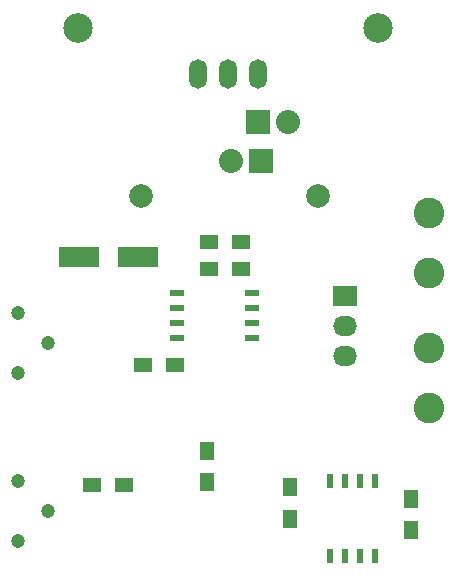
<source format=gbr>
G04 #@! TF.FileFunction,Soldermask,Top*
%FSLAX46Y46*%
G04 Gerber Fmt 4.6, Leading zero omitted, Abs format (unit mm)*
G04 Created by KiCad (PCBNEW (2015-01-29 BZR 5396)-product) date 2/25/2015 1:18:36 AM*
%MOMM*%
G01*
G04 APERTURE LIST*
%ADD10C,0.100000*%
%ADD11R,3.500120X1.800860*%
%ADD12O,1.501140X2.499360*%
%ADD13R,1.300000X1.500000*%
%ADD14R,1.500000X1.300000*%
%ADD15C,1.998980*%
%ADD16R,1.143000X0.508000*%
%ADD17R,0.508000X1.143000*%
%ADD18C,2.500000*%
%ADD19C,2.600000*%
%ADD20R,2.032000X1.727200*%
%ADD21O,2.032000X1.727200*%
%ADD22R,2.032000X2.032000*%
%ADD23O,2.032000X2.032000*%
%ADD24C,1.200000*%
G04 APERTURE END LIST*
D10*
D11*
X158028640Y-99822000D03*
X163027360Y-99822000D03*
D12*
X170688000Y-84328000D03*
X168148000Y-84328000D03*
X173228000Y-84328000D03*
D13*
X168910000Y-118952000D03*
X168910000Y-116252000D03*
D14*
X159178000Y-119126000D03*
X161878000Y-119126000D03*
D15*
X178280000Y-94680000D03*
X163280000Y-94680000D03*
D14*
X163496000Y-108966000D03*
X166196000Y-108966000D03*
X171784000Y-100838000D03*
X169084000Y-100838000D03*
X169084000Y-98552000D03*
X171784000Y-98552000D03*
D13*
X186182000Y-120316000D03*
X186182000Y-123016000D03*
X175925000Y-122025000D03*
X175925000Y-119325000D03*
D16*
X166385000Y-106741000D03*
X166385000Y-105471000D03*
X166385000Y-104201000D03*
X166385000Y-102931000D03*
X172735000Y-102931000D03*
X172735000Y-104201000D03*
X172735000Y-105471000D03*
X172735000Y-106741000D03*
D17*
X179343000Y-118787000D03*
X180613000Y-118787000D03*
X181883000Y-118787000D03*
X183153000Y-118787000D03*
X183153000Y-125137000D03*
X181883000Y-125137000D03*
X180613000Y-125137000D03*
X179343000Y-125137000D03*
D18*
X157960000Y-80464000D03*
X157960000Y-80464000D03*
X183360000Y-80464000D03*
D19*
X187698000Y-112680000D03*
X187698000Y-107600000D03*
X187698000Y-101250000D03*
X187698000Y-96170000D03*
D20*
X180594000Y-103124000D03*
D21*
X180594000Y-105664000D03*
X180594000Y-108204000D03*
D22*
X173482000Y-91694000D03*
D23*
X170942000Y-91694000D03*
D22*
X173228000Y-88392000D03*
D23*
X175768000Y-88392000D03*
D24*
X152882000Y-104646000D03*
X152882000Y-109726000D03*
X155422000Y-107186000D03*
X152882000Y-118870000D03*
X152882000Y-123950000D03*
X155422000Y-121410000D03*
M02*

</source>
